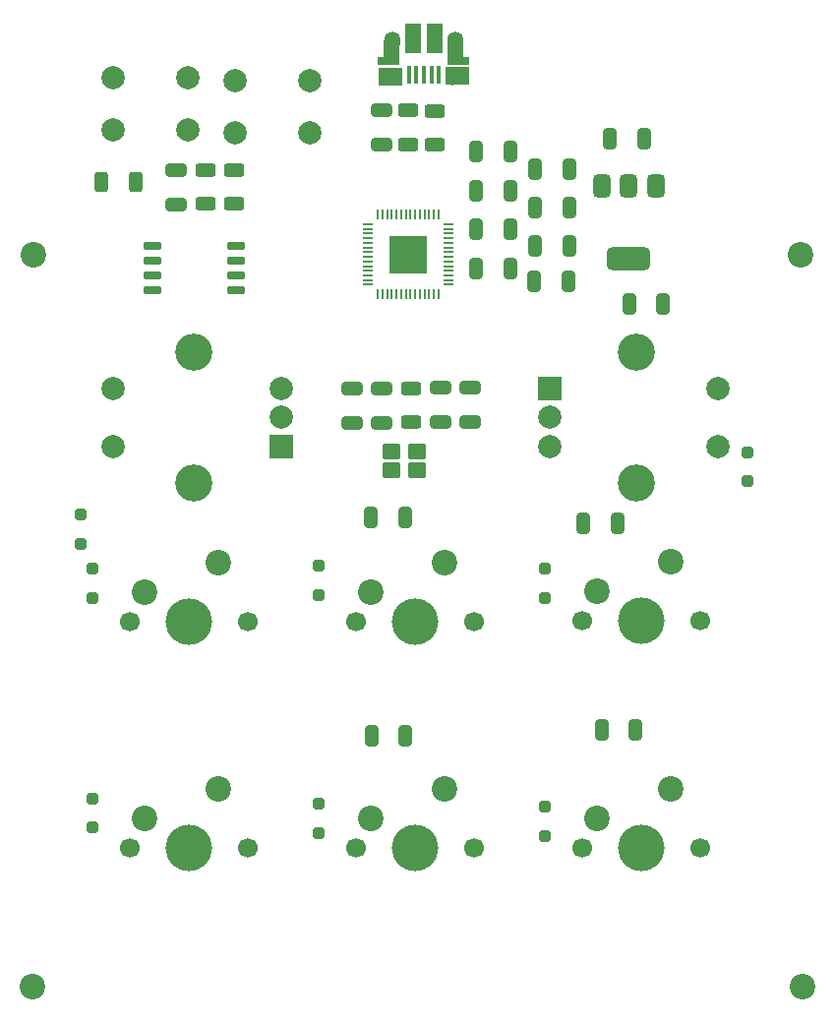
<source format=gbr>
%TF.GenerationSoftware,KiCad,Pcbnew,8.0.5*%
%TF.CreationDate,2025-01-09T16:38:30+01:00*%
%TF.ProjectId,rp2040_pad,72703230-3430-45f7-9061-642e6b696361,rev?*%
%TF.SameCoordinates,Original*%
%TF.FileFunction,Soldermask,Top*%
%TF.FilePolarity,Negative*%
%FSLAX46Y46*%
G04 Gerber Fmt 4.6, Leading zero omitted, Abs format (unit mm)*
G04 Created by KiCad (PCBNEW 8.0.5) date 2025-01-09 16:38:30*
%MOMM*%
%LPD*%
G01*
G04 APERTURE LIST*
G04 Aperture macros list*
%AMRoundRect*
0 Rectangle with rounded corners*
0 $1 Rounding radius*
0 $2 $3 $4 $5 $6 $7 $8 $9 X,Y pos of 4 corners*
0 Add a 4 corners polygon primitive as box body*
4,1,4,$2,$3,$4,$5,$6,$7,$8,$9,$2,$3,0*
0 Add four circle primitives for the rounded corners*
1,1,$1+$1,$2,$3*
1,1,$1+$1,$4,$5*
1,1,$1+$1,$6,$7*
1,1,$1+$1,$8,$9*
0 Add four rect primitives between the rounded corners*
20,1,$1+$1,$2,$3,$4,$5,0*
20,1,$1+$1,$4,$5,$6,$7,0*
20,1,$1+$1,$6,$7,$8,$9,0*
20,1,$1+$1,$8,$9,$2,$3,0*%
G04 Aperture macros list end*
%ADD10RoundRect,0.150000X-0.650000X-0.150000X0.650000X-0.150000X0.650000X0.150000X-0.650000X0.150000X0*%
%ADD11RoundRect,0.250000X0.650000X-0.325000X0.650000X0.325000X-0.650000X0.325000X-0.650000X-0.325000X0*%
%ADD12C,1.700000*%
%ADD13C,4.000000*%
%ADD14C,2.200000*%
%ADD15RoundRect,0.250000X-0.325000X-0.650000X0.325000X-0.650000X0.325000X0.650000X-0.325000X0.650000X0*%
%ADD16RoundRect,0.250000X-0.250000X0.250000X-0.250000X-0.250000X0.250000X-0.250000X0.250000X0.250000X0*%
%ADD17RoundRect,0.250000X0.250000X-0.250000X0.250000X0.250000X-0.250000X0.250000X-0.250000X-0.250000X0*%
%ADD18R,2.000000X2.000000*%
%ADD19C,2.000000*%
%ADD20C,3.200000*%
%ADD21RoundRect,0.250000X-0.625000X0.312500X-0.625000X-0.312500X0.625000X-0.312500X0.625000X0.312500X0*%
%ADD22RoundRect,0.250000X-0.650000X0.325000X-0.650000X-0.325000X0.650000X-0.325000X0.650000X0.325000X0*%
%ADD23R,0.400000X1.650000*%
%ADD24R,1.825000X0.700000*%
%ADD25R,2.000000X1.500000*%
%ADD26R,1.350000X2.000000*%
%ADD27O,1.350000X1.700000*%
%ADD28O,1.100000X1.500000*%
%ADD29R,1.430000X2.500000*%
%ADD30RoundRect,0.102000X-0.700000X-0.550000X0.700000X-0.550000X0.700000X0.550000X-0.700000X0.550000X0*%
%ADD31RoundRect,0.250000X0.312500X0.625000X-0.312500X0.625000X-0.312500X-0.625000X0.312500X-0.625000X0*%
%ADD32RoundRect,0.375000X-0.375000X0.625000X-0.375000X-0.625000X0.375000X-0.625000X0.375000X0.625000X0*%
%ADD33RoundRect,0.500000X-1.400000X0.500000X-1.400000X-0.500000X1.400000X-0.500000X1.400000X0.500000X0*%
%ADD34RoundRect,0.050000X-0.387500X-0.050000X0.387500X-0.050000X0.387500X0.050000X-0.387500X0.050000X0*%
%ADD35RoundRect,0.050000X-0.050000X-0.387500X0.050000X-0.387500X0.050000X0.387500X-0.050000X0.387500X0*%
%ADD36R,3.200000X3.200000*%
%ADD37RoundRect,0.250000X0.625000X-0.312500X0.625000X0.312500X-0.625000X0.312500X-0.625000X-0.312500X0*%
G04 APERTURE END LIST*
D10*
%TO.C,U4*%
X103644000Y-49291000D03*
X103644000Y-50561000D03*
X103644000Y-51831000D03*
X103644000Y-53101000D03*
X110844000Y-53101000D03*
X110844000Y-51831000D03*
X110844000Y-50561000D03*
X110844000Y-49291000D03*
%TD*%
D11*
%TO.C,C4*%
X123444000Y-64467000D03*
X123444000Y-61517000D03*
%TD*%
D12*
%TO.C,SW8*%
X121216000Y-101092000D03*
D13*
X126296000Y-101092000D03*
D12*
X131376000Y-101092000D03*
D14*
X128836000Y-96012000D03*
X122486000Y-98552000D03*
%TD*%
D15*
%TO.C,C15*%
X136609000Y-49252000D03*
X139559000Y-49252000D03*
%TD*%
D16*
%TO.C,D3*%
X137486000Y-77052000D03*
X137486000Y-79552000D03*
%TD*%
D14*
%TO.C,H1*%
X93367767Y-113032233D03*
%TD*%
D15*
%TO.C,C10*%
X131529000Y-44488000D03*
X134479000Y-44488000D03*
%TD*%
D17*
%TO.C,D4*%
X97536000Y-74910000D03*
X97536000Y-72410000D03*
%TD*%
D18*
%TO.C,SW2*%
X137856000Y-61524000D03*
D19*
X137856000Y-66524000D03*
X137856000Y-64024000D03*
D20*
X145356000Y-58424000D03*
X145356000Y-69624000D03*
D19*
X152356000Y-66524000D03*
X152356000Y-61524000D03*
%TD*%
D15*
%TO.C,C13*%
X136609000Y-42648000D03*
X139559000Y-42648000D03*
%TD*%
D21*
%TO.C,R5*%
X128016000Y-37653500D03*
X128016000Y-40578500D03*
%TD*%
D22*
%TO.C,C3*%
X120904000Y-61566000D03*
X120904000Y-64516000D03*
%TD*%
D16*
%TO.C,D2*%
X117986000Y-76802000D03*
X117986000Y-79302000D03*
%TD*%
D15*
%TO.C,C17*%
X140765000Y-73152000D03*
X143715000Y-73152000D03*
%TD*%
D23*
%TO.C,J1*%
X128340000Y-34550000D03*
X127690000Y-34550000D03*
X127040000Y-34550000D03*
X126390000Y-34550000D03*
X125740000Y-34550000D03*
D24*
X129990000Y-33350000D03*
D25*
X129890000Y-34650000D03*
D26*
X129770000Y-32600000D03*
D27*
X129770000Y-31670000D03*
D28*
X129460000Y-34670000D03*
D29*
X128000000Y-31400000D03*
X126080000Y-31400000D03*
D28*
X124620000Y-34670000D03*
D27*
X124310000Y-31670000D03*
D26*
X124290000Y-32600000D03*
D25*
X124140000Y-34670000D03*
D24*
X124040000Y-33350000D03*
%TD*%
D22*
%TO.C,C7*%
X131064000Y-61468000D03*
X131064000Y-64418000D03*
%TD*%
D30*
%TO.C,U3*%
X124292000Y-66980000D03*
X124292000Y-68580000D03*
X126492000Y-68580000D03*
X126492000Y-66980000D03*
%TD*%
D12*
%TO.C,SW4*%
X101716000Y-81592000D03*
D13*
X106796000Y-81592000D03*
D12*
X111876000Y-81592000D03*
D14*
X109336000Y-76512000D03*
X102986000Y-79052000D03*
%TD*%
D15*
%TO.C,C16*%
X136560000Y-52300000D03*
X139510000Y-52300000D03*
%TD*%
D21*
%TO.C,R4*%
X125718000Y-37604500D03*
X125718000Y-40529500D03*
%TD*%
D15*
%TO.C,C11*%
X131529000Y-47838000D03*
X134479000Y-47838000D03*
%TD*%
D12*
%TO.C,SW9*%
X140716000Y-101092000D03*
D13*
X145796000Y-101092000D03*
D12*
X150876000Y-101092000D03*
D14*
X148336000Y-96012000D03*
X141986000Y-98552000D03*
%TD*%
D15*
%TO.C,C9*%
X131529000Y-41138000D03*
X134479000Y-41138000D03*
%TD*%
D19*
%TO.C,USB_BOOT1*%
X110750000Y-35000000D03*
X117250000Y-35000000D03*
X110750000Y-39500000D03*
X117250000Y-39500000D03*
%TD*%
D14*
%TO.C,H3*%
X159632233Y-113032233D03*
%TD*%
D31*
%TO.C,R6*%
X102212500Y-43750000D03*
X99287500Y-43750000D03*
%TD*%
D15*
%TO.C,C19*%
X142338000Y-90932000D03*
X145288000Y-90932000D03*
%TD*%
D16*
%TO.C,D7*%
X117986000Y-97302000D03*
X117986000Y-99802000D03*
%TD*%
D32*
%TO.C,U2*%
X146988000Y-44070000D03*
X144688000Y-44070000D03*
D33*
X144688000Y-50370000D03*
D32*
X142388000Y-44070000D03*
%TD*%
D34*
%TO.C,U1*%
X122254500Y-47400000D03*
X122254500Y-47800000D03*
X122254500Y-48200000D03*
X122254500Y-48600000D03*
X122254500Y-49000000D03*
X122254500Y-49400000D03*
X122254500Y-49800000D03*
X122254500Y-50200000D03*
X122254500Y-50600000D03*
X122254500Y-51000000D03*
X122254500Y-51400000D03*
X122254500Y-51800000D03*
X122254500Y-52200000D03*
X122254500Y-52600000D03*
D35*
X123092000Y-53437500D03*
X123492000Y-53437500D03*
X123892000Y-53437500D03*
X124292000Y-53437500D03*
X124692000Y-53437500D03*
X125092000Y-53437500D03*
X125492000Y-53437500D03*
X125892000Y-53437500D03*
X126292000Y-53437500D03*
X126692000Y-53437500D03*
X127092000Y-53437500D03*
X127492000Y-53437500D03*
X127892000Y-53437500D03*
X128292000Y-53437500D03*
D34*
X129129500Y-52600000D03*
X129129500Y-52200000D03*
X129129500Y-51800000D03*
X129129500Y-51400000D03*
X129129500Y-51000000D03*
X129129500Y-50600000D03*
X129129500Y-50200000D03*
X129129500Y-49800000D03*
X129129500Y-49400000D03*
X129129500Y-49000000D03*
X129129500Y-48600000D03*
X129129500Y-48200000D03*
X129129500Y-47800000D03*
X129129500Y-47400000D03*
D35*
X128292000Y-46562500D03*
X127892000Y-46562500D03*
X127492000Y-46562500D03*
X127092000Y-46562500D03*
X126692000Y-46562500D03*
X126292000Y-46562500D03*
X125892000Y-46562500D03*
X125492000Y-46562500D03*
X125092000Y-46562500D03*
X124692000Y-46562500D03*
X124292000Y-46562500D03*
X123892000Y-46562500D03*
X123492000Y-46562500D03*
X123092000Y-46562500D03*
D36*
X125692000Y-50000000D03*
%TD*%
D16*
%TO.C,D1*%
X98486000Y-77052000D03*
X98486000Y-79552000D03*
%TD*%
D14*
%TO.C,H4*%
X93400000Y-50000000D03*
%TD*%
D16*
%TO.C,D6*%
X98486000Y-96802000D03*
X98486000Y-99302000D03*
%TD*%
D14*
%TO.C,H2*%
X159500000Y-50000000D03*
%TD*%
D16*
%TO.C,D8*%
X137486000Y-97552000D03*
X137486000Y-100052000D03*
%TD*%
D37*
%TO.C,R2*%
X110744000Y-45658500D03*
X110744000Y-42733500D03*
%TD*%
D12*
%TO.C,SW6*%
X140716000Y-81552000D03*
D13*
X145796000Y-81552000D03*
D12*
X150876000Y-81552000D03*
D14*
X148336000Y-76472000D03*
X141986000Y-79012000D03*
%TD*%
D12*
%TO.C,SW7*%
X101716000Y-101092000D03*
D13*
X106796000Y-101092000D03*
D12*
X111876000Y-101092000D03*
D14*
X109336000Y-96012000D03*
X102986000Y-98552000D03*
%TD*%
D15*
%TO.C,C1*%
X143038000Y-40070000D03*
X145988000Y-40070000D03*
%TD*%
%TO.C,C22*%
X122477000Y-72644000D03*
X125427000Y-72644000D03*
%TD*%
%TO.C,C18*%
X122526000Y-91440000D03*
X125476000Y-91440000D03*
%TD*%
D11*
%TO.C,C6*%
X123444000Y-40542000D03*
X123444000Y-37592000D03*
%TD*%
D12*
%TO.C,SW5*%
X121216000Y-81592000D03*
D13*
X126296000Y-81592000D03*
D12*
X131376000Y-81592000D03*
D14*
X128836000Y-76512000D03*
X122486000Y-79052000D03*
%TD*%
D15*
%TO.C,C2*%
X144713000Y-54220000D03*
X147663000Y-54220000D03*
%TD*%
D19*
%TO.C,RES1*%
X100250000Y-34750000D03*
X106750000Y-34750000D03*
X100250000Y-39250000D03*
X106750000Y-39250000D03*
%TD*%
D15*
%TO.C,C14*%
X136609000Y-45998000D03*
X139559000Y-45998000D03*
%TD*%
D21*
%TO.C,R3*%
X108244000Y-42733500D03*
X108244000Y-45658500D03*
%TD*%
D18*
%TO.C,SW3*%
X114764000Y-66524000D03*
D19*
X114764000Y-61524000D03*
X114764000Y-64024000D03*
D20*
X107264000Y-69624000D03*
X107264000Y-58424000D03*
D19*
X100264000Y-61524000D03*
X100264000Y-66524000D03*
%TD*%
D15*
%TO.C,C12*%
X131529000Y-51188000D03*
X134479000Y-51188000D03*
%TD*%
D37*
%TO.C,R1*%
X125984000Y-64454500D03*
X125984000Y-61529500D03*
%TD*%
D16*
%TO.C,D5*%
X154940000Y-67000000D03*
X154940000Y-69500000D03*
%TD*%
D11*
%TO.C,C5*%
X105744000Y-45671000D03*
X105744000Y-42721000D03*
%TD*%
D22*
%TO.C,C8*%
X128524000Y-61468000D03*
X128524000Y-64418000D03*
%TD*%
M02*

</source>
